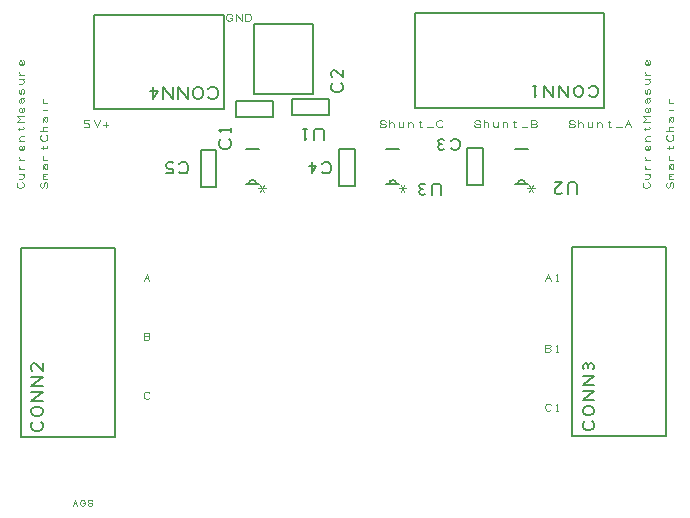
<source format=gbr>
G04 DesignSpark PCB Gerber Version 9.0 Build 5138 *
G04 #@! TF.Part,Single*
G04 #@! TF.FileFunction,Legend,Top *
G04 #@! TF.FilePolarity,Positive *
%FSLAX35Y35*%
%MOIN*%
%ADD98C,0.00100*%
%ADD111C,0.00300*%
%ADD12C,0.00500*%
%ADD110C,0.00600*%
%ADD17C,0.00787*%
X0Y0D02*
D02*
D12*
X7730Y25959D02*
Y88951D01*
X14435Y31052D02*
X14748Y30740D01*
X15061Y30115*
Y29177*
X14748Y28552*
X14435Y28240*
X13811Y27927*
X12561*
X11935Y28240*
X11623Y28552*
X11311Y29177*
Y30115*
X11623Y30740*
X11935Y31052*
X13811Y32927D02*
X12561D01*
X11935Y33240*
X11623Y33552*
X11311Y34177*
Y34802*
X11623Y35427*
X11935Y35740*
X12561Y36052*
X13811*
X14435Y35740*
X14748Y35427*
X15061Y34802*
Y34177*
X14748Y33552*
X14435Y33240*
X13811Y32927*
X15061Y37927D02*
X11311D01*
X15061Y41052*
X11311*
X15061Y42927D02*
X11311D01*
X15061Y46052*
X11311*
X15061Y50427D02*
Y47927D01*
X12873Y50115*
X12248Y50427*
X11623Y50115*
X11311Y49490*
Y48552*
X11623Y47927*
X23478Y25959D02*
X7730D01*
X23478D02*
X39226D01*
X23478Y88951D02*
X39226D01*
X23478D02*
X7730D01*
X32041Y150841D02*
Y166589D01*
Y150841D02*
Y135093D01*
X39226Y88951D02*
Y25959D01*
X60511Y116876D02*
X60823Y117189D01*
X61448Y117502*
X62386*
X63011Y117189*
X63323Y116876*
X63636Y116252*
Y115002*
X63323Y114376*
X63011Y114064*
X62386Y113752*
X61448*
X60823Y114064*
X60511Y114376*
X58636Y117189D02*
X58011Y117502D01*
X57073*
X56448Y117189*
X56136Y116564*
Y116252*
X56448Y115626*
X57073Y115314*
X58636*
Y113752*
X56136*
X72979Y109139D02*
X67679D01*
Y121439*
X72979*
Y109139*
X70255Y141798D02*
X70567Y142110D01*
X71193Y142423*
X72130*
X72755Y142110*
X73067Y141798*
X73380Y141173*
Y139923*
X73067Y139298*
X72755Y138985*
X72130Y138673*
X71193*
X70567Y138985*
X70255Y139298*
X68380Y141173D02*
Y139923D01*
X68067Y139298*
X67755Y138985*
X67130Y138673*
X66505*
X65880Y138985*
X65567Y139298*
X65255Y139923*
Y141173*
X65567Y141798*
X65880Y142110*
X66505Y142423*
X67130*
X67755Y142110*
X68067Y141798*
X68380Y141173*
X63380Y142423D02*
Y138673D01*
X60255Y142423*
Y138673*
X58380Y142423D02*
Y138673D01*
X55255Y142423*
Y138673*
X51817Y142423D02*
Y138673D01*
X53380Y141173*
X50880*
X75348Y135093D02*
X32041D01*
X75348Y150841D02*
Y135093D01*
Y150841D02*
Y166589D01*
X32041*
X77034Y125107D02*
X77346Y124795D01*
X77659Y124170*
Y123232*
X77346Y122607*
X77034Y122295*
X76409Y121982*
X75159*
X74534Y122295*
X74221Y122607*
X73909Y123232*
Y124170*
X74221Y124795*
X74534Y125107*
X77659Y127607D02*
Y128857D01*
Y128232D02*
X73909D01*
X74534Y127607*
X79435Y132738D02*
Y138038D01*
X91735*
Y132738*
X79435*
X98037Y133131D02*
Y138431D01*
X110337*
Y133131*
X98037*
X108715Y124992D02*
Y127804D01*
X108402Y128429*
X107777Y128742*
X106527*
X105902Y128429*
X105589Y127804*
Y124992*
X103089Y128742D02*
X101839D01*
X102465D02*
Y124992D01*
X103089Y125617*
X108148Y116876D02*
X108461Y117189D01*
X109086Y117502*
X110024*
X110648Y117189*
X110961Y116876*
X111274Y116252*
Y115002*
X110961Y114376*
X110648Y114064*
X110024Y113752*
X109086*
X108461Y114064*
X108148Y114376*
X104711Y117502D02*
Y113752D01*
X106274Y116252*
X103774*
X114435Y143926D02*
X114748Y143614D01*
X115061Y142989*
Y142051*
X114748Y141426*
X114435Y141114*
X113811Y140801*
X112561*
X111935Y141114*
X111623Y141426*
X111311Y142051*
Y142989*
X111623Y143614*
X111935Y143926*
X115061Y148301D02*
Y145801D01*
X112873Y147989*
X112248Y148301*
X111623Y147989*
X111311Y147364*
Y146426*
X111623Y145801*
X119042Y109533D02*
X113742D01*
Y121833*
X119042*
Y109533*
X139226Y151431D02*
Y167179D01*
Y151431D02*
Y135683D01*
Y167179D02*
X202219D01*
X147888Y106665D02*
Y109477D01*
X147575Y110102*
X146950Y110415*
X145700*
X145075Y110102*
X144763Y109477*
Y106665*
X142575Y110102D02*
X141950Y110415D01*
X141325*
X140700Y110102*
X140388Y109477*
X140700Y108852*
X141325Y108540*
X141950*
X141325D02*
X140700Y108227D01*
X140388Y107602*
X140700Y106977*
X141325Y106665*
X141950*
X142575Y106977*
X151062Y124750D02*
X151374Y125063D01*
X152000Y125376*
X152937*
X153562Y125063*
X153874Y124750*
X154187Y124126*
Y122876*
X153874Y122250*
X153562Y121938*
X152937Y121626*
X152000*
X151374Y121938*
X151062Y122250*
X148874Y125063D02*
X148250Y125376D01*
X147624*
X147000Y125063*
X146687Y124438*
X147000Y123813*
X147624Y123500*
X148250*
X147624D02*
X147000Y123188D01*
X146687Y122563*
X147000Y121938*
X147624Y121626*
X148250*
X148874Y121938*
X161955Y109927D02*
X156655D01*
Y122227*
X161955*
Y109927*
X191490Y26156D02*
Y89148D01*
X193163Y107059D02*
Y109871D01*
X192851Y110496*
X192226Y110809*
X190976*
X190351Y110496*
X190038Y109871*
Y107059*
X185663Y110809D02*
X188163D01*
X185976Y108621*
X185663Y107996*
X185976Y107371*
X186601Y107059*
X187538*
X188163Y107371*
X198195Y31249D02*
X198508Y30937D01*
X198820Y30311*
Y29374*
X198508Y28749*
X198195Y28437*
X197570Y28124*
X196320*
X195695Y28437*
X195383Y28749*
X195070Y29374*
Y30311*
X195383Y30937*
X195695Y31249*
X197570Y33124D02*
X196320D01*
X195695Y33437*
X195383Y33749*
X195070Y34374*
Y34999*
X195383Y35624*
X195695Y35937*
X196320Y36249*
X197570*
X198195Y35937*
X198508Y35624*
X198820Y34999*
Y34374*
X198508Y33749*
X198195Y33437*
X197570Y33124*
X198820Y38124D02*
X195070D01*
X198820Y41249*
X195070*
X198820Y43124D02*
X195070D01*
X198820Y46249*
X195070*
X198508Y48437D02*
X198820Y49061D01*
Y49687*
X198508Y50311*
X197883Y50624*
X197258Y50311*
X196945Y49687*
Y49061*
Y49687D02*
X196633Y50311D01*
X196008Y50624*
X195383Y50311*
X195070Y49687*
Y49061*
X195383Y48437*
X197125Y142388D02*
X197437Y142701D01*
X198063Y143013*
X199000*
X199625Y142701*
X199937Y142388*
X200250Y141763*
Y140513*
X199937Y139888*
X199625Y139576*
X199000Y139263*
X198063*
X197437Y139576*
X197125Y139888*
X195250Y141763D02*
Y140513D01*
X194937Y139888*
X194625Y139576*
X194000Y139263*
X193375*
X192750Y139576*
X192437Y139888*
X192125Y140513*
Y141763*
X192437Y142388*
X192750Y142701*
X193375Y143013*
X194000*
X194625Y142701*
X194937Y142388*
X195250Y141763*
X190250Y143013D02*
Y139263D01*
X187125Y143013*
Y139263*
X185250Y143013D02*
Y139263D01*
X182125Y143013*
Y139263*
X179625Y143013D02*
X178375D01*
X179000D02*
Y139263D01*
X179625Y139888*
X202219Y135683D02*
X139226D01*
X202219Y151431D02*
Y135683D01*
Y151431D02*
Y167179D01*
X207238Y26156D02*
X191490D01*
X207238D02*
X222986D01*
X207238Y89148D02*
X222986D01*
X207238D02*
X191490D01*
X222986D02*
Y26156D01*
D02*
D17*
X85486Y140113D02*
Y163734D01*
X105171*
Y140113*
Y140112D02*
X85486D01*
D02*
D98*
X8321Y110880D02*
X8518Y110683D01*
X8715Y110289*
Y109699*
X8518Y109305*
X8321Y109108*
X7927Y108911*
X7140*
X6746Y109108*
X6549Y109305*
X6352Y109699*
Y110289*
X6549Y110683*
X6746Y110880*
X7140Y112061D02*
X8124D01*
X8518Y112258*
X8715Y112652*
Y113045*
X8518Y113439*
X8124Y113636*
X7140D02*
X8715D01*
Y115211D02*
X7140D01*
X7730D02*
X7337Y115407D01*
X7140Y115801*
Y116195*
X7337Y116589*
X8715Y118360D02*
X7140D01*
X7730D02*
X7337Y118557D01*
X7140Y118951*
Y119344*
X7337Y119738*
X8518Y123085D02*
X8715Y122888D01*
Y122494*
Y122100*
X8518Y121707*
X8124Y121510*
X7533*
X7337Y121707*
X7140Y122100*
Y122494*
X7337Y122888*
X7533Y123085*
X7730*
X7927Y122888*
X8124Y122494*
Y122100*
X7927Y121707*
X7730Y121510*
X8715Y124659D02*
X7140D01*
X7730D02*
X7337Y124856D01*
X7140Y125250*
Y125644*
X7337Y126037*
X7730Y126234*
X8715*
X7140Y128137D02*
Y129056D01*
X6746Y128596D02*
X8518D01*
X8715Y128793*
Y128990*
X8518Y129187*
X8715Y130959D02*
X6352D01*
X7533Y131943*
X6352Y132927*
X8715*
X8518Y135683D02*
X8715Y135486D01*
Y135093*
Y134699*
X8518Y134305*
X8124Y134108*
X7533*
X7337Y134305*
X7140Y134699*
Y135093*
X7337Y135486*
X7533Y135683*
X7730*
X7927Y135486*
X8124Y135093*
Y134699*
X7927Y134305*
X7730Y134108*
X7337Y137258D02*
X7140Y137652D01*
Y138242*
X7337Y138636*
X7730Y138833*
X8321*
X8518Y138636*
X8715Y138242*
Y137848*
X8518Y137455*
X8321Y137258*
X8124*
X7927Y137455*
X7730Y137848*
Y138242*
X7927Y138636*
X8124Y138833*
X8321D02*
X8715D01*
X8518Y140407D02*
X8715Y140801D01*
Y141589*
X8518Y141982*
X8124*
X7927Y141589*
Y140801*
X7730Y140407*
X7337*
X7140Y140801*
Y141589*
X7337Y141982*
X7140Y143557D02*
X8124D01*
X8518Y143754*
X8715Y144148*
Y144541*
X8518Y144935*
X8124Y145132*
X7140D02*
X8715D01*
Y146707D02*
X7140D01*
X7730D02*
X7337Y146904D01*
X7140Y147297*
Y147691*
X7337Y148085*
X8518Y151431D02*
X8715Y151234D01*
Y150841*
Y150447*
X8518Y150053*
X8124Y149856*
X7533*
X7337Y150053*
X7140Y150447*
Y150841*
X7337Y151234*
X7533Y151431*
X7730*
X7927Y151234*
X8124Y150841*
Y150447*
X7927Y150053*
X7730Y149856*
X15998Y108911D02*
X16392Y109108D01*
X16589Y109502*
Y110289*
X16392Y110683*
X15998Y110880*
X15604Y110683*
X15407Y110289*
Y109502*
X15211Y109108*
X14817Y108911*
X14423Y109108*
X14226Y109502*
Y110289*
X14423Y110683*
X14817Y110880*
X16589Y112061D02*
X15014D01*
X15211D02*
X15014Y112258D01*
Y112652*
X15211Y112848*
X15801*
X15211D02*
X15014Y113045D01*
Y113439*
X15211Y113636*
X16589*
X15211Y115211D02*
X15014Y115604D01*
Y116195*
X15211Y116589*
X15604Y116785*
X16195*
X16392Y116589*
X16589Y116195*
Y115801*
X16392Y115407*
X16195Y115211*
X15998*
X15801Y115407*
X15604Y115801*
Y116195*
X15801Y116589*
X15998Y116785*
X16195D02*
X16589D01*
Y118360D02*
X15014D01*
X15604D02*
X15211Y118557D01*
X15014Y118951*
Y119344*
X15211Y119738*
X15014Y121838D02*
Y122757D01*
X14620Y122297D02*
X16392D01*
X16589Y122494*
Y122691*
X16392Y122888*
X16195Y126628D02*
X16392Y126431D01*
X16589Y126037*
Y125447*
X16392Y125053*
X16195Y124856*
X15801Y124659*
X15014*
X14620Y124856*
X14423Y125053*
X14226Y125447*
Y126037*
X14423Y126431*
X14620Y126628*
X16589Y127809D02*
X14226D01*
X15604D02*
X15211Y128006D01*
X15014Y128400*
Y128793*
X15211Y129187*
X15604Y129384*
X16589*
X15211Y130959D02*
X15014Y131352D01*
Y131943*
X15211Y132337*
X15604Y132533*
X16195*
X16392Y132337*
X16589Y131943*
Y131549*
X16392Y131156*
X16195Y130959*
X15998*
X15801Y131156*
X15604Y131549*
Y131943*
X15801Y132337*
X15998Y132533*
X16195D02*
X16589D01*
Y134896D02*
X15014D01*
X14423D02*
X16589Y137258*
X15014D01*
X15604D02*
X15211Y137455D01*
X15014Y137848*
Y138242*
X15211Y138636*
X25053Y3081D02*
X25834Y4956D01*
X26616Y3081*
X25366Y3862D02*
X26303D01*
X28647D02*
X29116D01*
Y3706*
X28959Y3393*
X28803Y3237*
X28491Y3081*
X28178*
X27866Y3237*
X27709Y3393*
X27553Y3706*
Y4331*
X27709Y4643*
X27866Y4800*
X28178Y4956*
X28491*
X28803Y4800*
X28959Y4643*
X29116Y4331*
X30053Y3550D02*
X30209Y3237D01*
X30522Y3081*
X31147*
X31459Y3237*
X31616Y3550*
X31459Y3862*
X31147Y4019*
X30522*
X30209Y4175*
X30053Y4487*
X30209Y4800*
X30522Y4956*
X31147*
X31459Y4800*
X31616Y4487*
X28990Y129384D02*
X29384Y129187D01*
X29974*
X30368Y129384*
X30565Y129778*
Y129974*
X30368Y130368*
X29974Y130565*
X28990*
Y131549*
X30565*
X32140D02*
X33124Y129187D01*
X34108Y131549*
X35289Y129974D02*
X36864D01*
X36077Y129187D02*
Y130762D01*
X50644Y39030D02*
X50447Y38833D01*
X50053Y38636*
X49463*
X49069Y38833*
X48872Y39030*
X48675Y39423*
Y40211*
X48872Y40604*
X49069Y40801*
X49463Y40998*
X50053*
X50447Y40801*
X50644Y40604*
X50053Y59502D02*
X50447Y59305D01*
X50644Y58911*
X50447Y58518*
X50053Y58321*
X48675*
Y60683*
X50053*
X50447Y60486*
X50644Y60093*
X50447Y59699*
X50053Y59502*
X48675*
Y78006D02*
X49659Y80368D01*
X50644Y78006*
X49069Y78990D02*
X50250D01*
X77612Y165604D02*
X78203D01*
Y165407*
X78006Y165014*
X77809Y164817*
X77415Y164620*
X77022*
X76628Y164817*
X76431Y165014*
X76234Y165407*
Y166195*
X76431Y166589*
X76628Y166785*
X77022Y166982*
X77415*
X77809Y166785*
X78006Y166589*
X78203Y166195*
X79384Y164620D02*
Y166982D01*
X81352Y164620*
Y166982*
X82533Y164620D02*
Y166982D01*
X83715*
X84108Y166785*
X84305Y166589*
X84502Y166195*
Y165407*
X84305Y165014*
X84108Y164817*
X83715Y164620*
X82533*
X127415Y129778D02*
X127612Y129384D01*
X128006Y129187*
X128793*
X129187Y129384*
X129384Y129778*
X129187Y130171*
X128793Y130368*
X128006*
X127612Y130565*
X127415Y130959*
X127612Y131352*
X128006Y131549*
X128793*
X129187Y131352*
X129384Y130959*
X130565Y129187D02*
Y131549D01*
Y130171D02*
X130762Y130565D01*
X131156Y130762*
X131549*
X131943Y130565*
X132140Y130171*
Y129187*
X133715Y130762D02*
Y129778D01*
X133911Y129384*
X134305Y129187*
X134699*
X135093Y129384*
X135289Y129778*
Y130762D02*
Y129187D01*
X136864D02*
Y130762D01*
Y130171D02*
X137061Y130565D01*
X137455Y130762*
X137848*
X138242Y130565*
X138439Y130171*
Y129187*
X140342Y130762D02*
X141261D01*
X140801Y131156D02*
Y129384D01*
X140998Y129187*
X141195*
X141392Y129384*
X143163Y129187D02*
X145132D01*
X148281Y129581D02*
X148085Y129384D01*
X147691Y129187*
X147100*
X146707Y129384*
X146510Y129581*
X146313Y129974*
Y130762*
X146510Y131156*
X146707Y131352*
X147100Y131549*
X147691*
X148085Y131352*
X148281Y131156*
X158911Y129778D02*
X159108Y129384D01*
X159502Y129187*
X160289*
X160683Y129384*
X160880Y129778*
X160683Y130171*
X160289Y130368*
X159502*
X159108Y130565*
X158911Y130959*
X159108Y131352*
X159502Y131549*
X160289*
X160683Y131352*
X160880Y130959*
X162061Y129187D02*
Y131549D01*
Y130171D02*
X162258Y130565D01*
X162652Y130762*
X163045*
X163439Y130565*
X163636Y130171*
Y129187*
X165211Y130762D02*
Y129778D01*
X165407Y129384*
X165801Y129187*
X166195*
X166589Y129384*
X166785Y129778*
Y130762D02*
Y129187D01*
X168360D02*
Y130762D01*
Y130171D02*
X168557Y130565D01*
X168951Y130762*
X169344*
X169738Y130565*
X169935Y130171*
Y129187*
X171838Y130762D02*
X172757D01*
X172297Y131156D02*
Y129384D01*
X172494Y129187*
X172691*
X172888Y129384*
X174659Y129187D02*
X176628D01*
X179187Y130368D02*
X179581Y130171D01*
X179778Y129778*
X179581Y129384*
X179187Y129187*
X177809*
Y131549*
X179187*
X179581Y131352*
X179778Y130959*
X179581Y130565*
X179187Y130368*
X177809*
X184502Y35093D02*
X184305Y34896D01*
X183911Y34699*
X183321*
X182927Y34896*
X182730Y35093*
X182533Y35486*
Y36274*
X182730Y36667*
X182927Y36864*
X183321Y37061*
X183911*
X184305Y36864*
X184502Y36667*
X186077Y34699D02*
X186864D01*
X186470D02*
Y37061D01*
X186077Y36667*
X183911Y55565D02*
X184305Y55368D01*
X184502Y54974*
X184305Y54581*
X183911Y54384*
X182533*
Y56746*
X183911*
X184305Y56549*
X184502Y56156*
X184305Y55762*
X183911Y55565*
X182533*
X186077Y54384D02*
X186864D01*
X186470D02*
Y56746D01*
X186077Y56352*
X182533Y78006D02*
X183518Y80368D01*
X184502Y78006*
X182927Y78990D02*
X184108D01*
X186077Y78006D02*
X186864D01*
X186470D02*
Y80368D01*
X186077Y79974*
X190407Y129778D02*
X190604Y129384D01*
X190998Y129187*
X191785*
X192179Y129384*
X192376Y129778*
X192179Y130171*
X191785Y130368*
X190998*
X190604Y130565*
X190407Y130959*
X190604Y131352*
X190998Y131549*
X191785*
X192179Y131352*
X192376Y130959*
X193557Y129187D02*
Y131549D01*
Y130171D02*
X193754Y130565D01*
X194148Y130762*
X194541*
X194935Y130565*
X195132Y130171*
Y129187*
X196707Y130762D02*
Y129778D01*
X196904Y129384*
X197297Y129187*
X197691*
X198085Y129384*
X198281Y129778*
Y130762D02*
Y129187D01*
X199856D02*
Y130762D01*
Y130171D02*
X200053Y130565D01*
X200447Y130762*
X200841*
X201234Y130565*
X201431Y130171*
Y129187*
X203334Y130762D02*
X204253D01*
X203793Y131156D02*
Y129384D01*
X203990Y129187*
X204187*
X204384Y129384*
X206156Y129187D02*
X208124D01*
X209305D02*
X210289Y131549D01*
X211274Y129187*
X209699Y130171D02*
X210880D01*
X216982Y110880D02*
X217179Y110683D01*
X217376Y110289*
Y109699*
X217179Y109305*
X216982Y109108*
X216589Y108911*
X215801*
X215407Y109108*
X215211Y109305*
X215014Y109699*
Y110289*
X215211Y110683*
X215407Y110880*
X215801Y112061D02*
X216785D01*
X217179Y112258*
X217376Y112652*
Y113045*
X217179Y113439*
X216785Y113636*
X215801D02*
X217376D01*
Y115211D02*
X215801D01*
X216392D02*
X215998Y115407D01*
X215801Y115801*
Y116195*
X215998Y116589*
X217376Y118360D02*
X215801D01*
X216392D02*
X215998Y118557D01*
X215801Y118951*
Y119344*
X215998Y119738*
X217179Y123085D02*
X217376Y122888D01*
Y122494*
Y122100*
X217179Y121707*
X216785Y121510*
X216195*
X215998Y121707*
X215801Y122100*
Y122494*
X215998Y122888*
X216195Y123085*
X216392*
X216589Y122888*
X216785Y122494*
Y122100*
X216589Y121707*
X216392Y121510*
X217376Y124659D02*
X215801D01*
X216392D02*
X215998Y124856D01*
X215801Y125250*
Y125644*
X215998Y126037*
X216392Y126234*
X217376*
X215801Y128137D02*
Y129056D01*
X215407Y128596D02*
X217179D01*
X217376Y128793*
Y128990*
X217179Y129187*
X217376Y130959D02*
X215014D01*
X216195Y131943*
X215014Y132927*
X217376*
X217179Y135683D02*
X217376Y135486D01*
Y135093*
Y134699*
X217179Y134305*
X216785Y134108*
X216195*
X215998Y134305*
X215801Y134699*
Y135093*
X215998Y135486*
X216195Y135683*
X216392*
X216589Y135486*
X216785Y135093*
Y134699*
X216589Y134305*
X216392Y134108*
X215998Y137258D02*
X215801Y137652D01*
Y138242*
X215998Y138636*
X216392Y138833*
X216982*
X217179Y138636*
X217376Y138242*
Y137848*
X217179Y137455*
X216982Y137258*
X216785*
X216589Y137455*
X216392Y137848*
Y138242*
X216589Y138636*
X216785Y138833*
X216982D02*
X217376D01*
X217179Y140407D02*
X217376Y140801D01*
Y141589*
X217179Y141982*
X216785*
X216589Y141589*
Y140801*
X216392Y140407*
X215998*
X215801Y140801*
Y141589*
X215998Y141982*
X215801Y143557D02*
X216785D01*
X217179Y143754*
X217376Y144148*
Y144541*
X217179Y144935*
X216785Y145132*
X215801D02*
X217376D01*
Y146707D02*
X215801D01*
X216392D02*
X215998Y146904D01*
X215801Y147297*
Y147691*
X215998Y148085*
X217179Y151431D02*
X217376Y151234D01*
Y150841*
Y150447*
X217179Y150053*
X216785Y149856*
X216195*
X215998Y150053*
X215801Y150447*
Y150841*
X215998Y151234*
X216195Y151431*
X216392*
X216589Y151234*
X216785Y150841*
Y150447*
X216589Y150053*
X216392Y149856*
X224659Y108911D02*
X225053Y109108D01*
X225250Y109502*
Y110289*
X225053Y110683*
X224659Y110880*
X224266Y110683*
X224069Y110289*
Y109502*
X223872Y109108*
X223478Y108911*
X223085Y109108*
X222888Y109502*
Y110289*
X223085Y110683*
X223478Y110880*
X225250Y112061D02*
X223675D01*
X223872D02*
X223675Y112258D01*
Y112652*
X223872Y112848*
X224463*
X223872D02*
X223675Y113045D01*
Y113439*
X223872Y113636*
X225250*
X223872Y115211D02*
X223675Y115604D01*
Y116195*
X223872Y116589*
X224266Y116785*
X224856*
X225053Y116589*
X225250Y116195*
Y115801*
X225053Y115407*
X224856Y115211*
X224659*
X224463Y115407*
X224266Y115801*
Y116195*
X224463Y116589*
X224659Y116785*
X224856D02*
X225250D01*
Y118360D02*
X223675D01*
X224266D02*
X223872Y118557D01*
X223675Y118951*
Y119344*
X223872Y119738*
X223675Y121838D02*
Y122757D01*
X223281Y122297D02*
X225053D01*
X225250Y122494*
Y122691*
X225053Y122888*
X224856Y126628D02*
X225053Y126431D01*
X225250Y126037*
Y125447*
X225053Y125053*
X224856Y124856*
X224463Y124659*
X223675*
X223281Y124856*
X223085Y125053*
X222888Y125447*
Y126037*
X223085Y126431*
X223281Y126628*
X225250Y127809D02*
X222888D01*
X224266D02*
X223872Y128006D01*
X223675Y128400*
Y128793*
X223872Y129187*
X224266Y129384*
X225250*
X223872Y130959D02*
X223675Y131352D01*
Y131943*
X223872Y132337*
X224266Y132533*
X224856*
X225053Y132337*
X225250Y131943*
Y131549*
X225053Y131156*
X224856Y130959*
X224659*
X224463Y131156*
X224266Y131549*
Y131943*
X224463Y132337*
X224659Y132533*
X224856D02*
X225250D01*
Y134896D02*
X223675D01*
X223085D02*
X225250Y137258*
X223675D01*
X224266D02*
X223872Y137455D01*
X223675Y137848*
Y138242*
X223872Y138636*
D02*
D110*
X82846Y110368D02*
X87143D01*
X86194D02*
G75*
G03X83794I-1200D01*
G01*
X87143Y122002D02*
X82846D01*
X129598Y110368D02*
X133894D01*
X132946D02*
G75*
G03X130546I-1200D01*
G01*
X133894Y122002D02*
X129598D01*
X172511Y110368D02*
X176808D01*
X175859D02*
G75*
G03X173459I-1200D01*
G01*
X176808Y122002D02*
X172511D01*
D02*
D111*
X89482Y108791D02*
X86982D01*
X88857Y110041D02*
X87607Y107541D01*
X88857D02*
X87607Y110041D01*
X136234Y108791D02*
X133734D01*
X135609Y110041D02*
X134359Y107541D01*
X135609D02*
X134359Y110041D01*
X179148Y108791D02*
X176648D01*
X178522Y110041D02*
X177272Y107541D01*
X178522D02*
X177272Y110041D01*
X0Y0D02*
M02*

</source>
